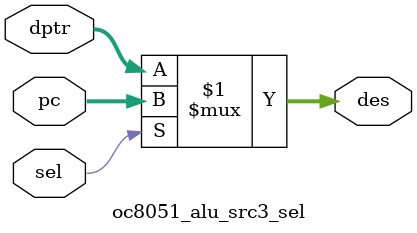
<source format=v>

`include "oc8051_timescale.v"
// synopsys translate_on

module oc8051_alu_src3_sel (sel, pc, dptr, des);
//
// sel          (in)  select signals (from decoder, delayd one clock) [oc8051_decoder.src_sel3 -r]
// pc           (in)  program counter input [oc8051_pc.pc[15:8] -r]
// dptr         (in)  data pointer input [oc8051_dptr.data_hi]
// des          (out) output (alu sorce 3) [oc8051_alu.src2]
//

input sel;
input [7:0] pc, dptr;
output [7:0] des;

assign des = sel ? pc : dptr;

endmodule

</source>
